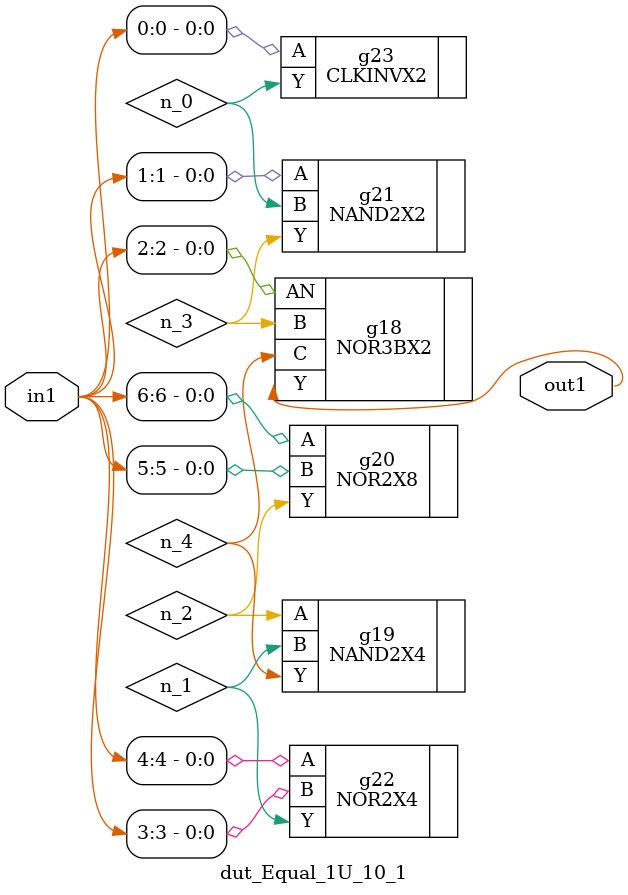
<source format=v>
`timescale 1ps / 1ps


module dut_Equal_1U_10_1(in1, out1);
  input [6:0] in1;
  output out1;
  wire [6:0] in1;
  wire out1;
  wire n_0, n_1, n_2, n_3, n_4;
  NOR3BX2 g18(.AN (in1[2]), .B (n_3), .C (n_4), .Y (out1));
  NAND2X4 g19(.A (n_2), .B (n_1), .Y (n_4));
  NAND2X2 g21(.A (in1[1]), .B (n_0), .Y (n_3));
  NOR2X8 g20(.A (in1[6]), .B (in1[5]), .Y (n_2));
  NOR2X4 g22(.A (in1[4]), .B (in1[3]), .Y (n_1));
  CLKINVX2 g23(.A (in1[0]), .Y (n_0));
endmodule



</source>
